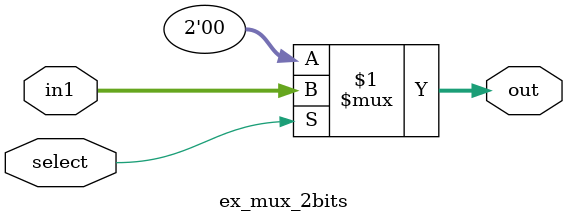
<source format=sv>
`include "parameters.svh"
module ex_mux_2bits(
    output [1:0] out,
    input  [1:0] in1,
    input  select
);

assign out = select?in1:2'b0;

endmodule 
</source>
